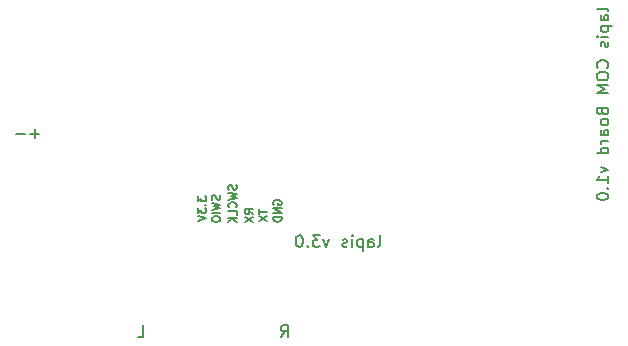
<source format=gbo>
G04 #@! TF.GenerationSoftware,KiCad,Pcbnew,(5.1.7)-1*
G04 #@! TF.CreationDate,2021-12-01T00:11:57+09:00*
G04 #@! TF.ProjectId,lapis,6c617069-732e-46b6-9963-61645f706362,rev?*
G04 #@! TF.SameCoordinates,Original*
G04 #@! TF.FileFunction,Legend,Bot*
G04 #@! TF.FilePolarity,Positive*
%FSLAX46Y46*%
G04 Gerber Fmt 4.6, Leading zero omitted, Abs format (unit mm)*
G04 Created by KiCad (PCBNEW (5.1.7)-1) date 2021-12-01 00:11:57*
%MOMM*%
%LPD*%
G01*
G04 APERTURE LIST*
%ADD10C,0.150000*%
%ADD11O,1.700000X1.700000*%
%ADD12R,1.700000X1.700000*%
%ADD13O,1.000000X1.000000*%
%ADD14R,1.000000X1.000000*%
%ADD15C,1.000000*%
%ADD16C,1.500000*%
%ADD17O,0.900000X1.400000*%
G04 APERTURE END LIST*
D10*
X177992380Y-102675238D02*
X177944761Y-102580000D01*
X177849523Y-102532380D01*
X176992380Y-102532380D01*
X177992380Y-103484761D02*
X177468571Y-103484761D01*
X177373333Y-103437142D01*
X177325714Y-103341904D01*
X177325714Y-103151428D01*
X177373333Y-103056190D01*
X177944761Y-103484761D02*
X177992380Y-103389523D01*
X177992380Y-103151428D01*
X177944761Y-103056190D01*
X177849523Y-103008571D01*
X177754285Y-103008571D01*
X177659047Y-103056190D01*
X177611428Y-103151428D01*
X177611428Y-103389523D01*
X177563809Y-103484761D01*
X177325714Y-103960952D02*
X178325714Y-103960952D01*
X177373333Y-103960952D02*
X177325714Y-104056190D01*
X177325714Y-104246666D01*
X177373333Y-104341904D01*
X177420952Y-104389523D01*
X177516190Y-104437142D01*
X177801904Y-104437142D01*
X177897142Y-104389523D01*
X177944761Y-104341904D01*
X177992380Y-104246666D01*
X177992380Y-104056190D01*
X177944761Y-103960952D01*
X177992380Y-104865714D02*
X177325714Y-104865714D01*
X176992380Y-104865714D02*
X177040000Y-104818095D01*
X177087619Y-104865714D01*
X177040000Y-104913333D01*
X176992380Y-104865714D01*
X177087619Y-104865714D01*
X177944761Y-105294285D02*
X177992380Y-105389523D01*
X177992380Y-105580000D01*
X177944761Y-105675238D01*
X177849523Y-105722857D01*
X177801904Y-105722857D01*
X177706666Y-105675238D01*
X177659047Y-105580000D01*
X177659047Y-105437142D01*
X177611428Y-105341904D01*
X177516190Y-105294285D01*
X177468571Y-105294285D01*
X177373333Y-105341904D01*
X177325714Y-105437142D01*
X177325714Y-105580000D01*
X177373333Y-105675238D01*
X177897142Y-107484761D02*
X177944761Y-107437142D01*
X177992380Y-107294285D01*
X177992380Y-107199047D01*
X177944761Y-107056190D01*
X177849523Y-106960952D01*
X177754285Y-106913333D01*
X177563809Y-106865714D01*
X177420952Y-106865714D01*
X177230476Y-106913333D01*
X177135238Y-106960952D01*
X177040000Y-107056190D01*
X176992380Y-107199047D01*
X176992380Y-107294285D01*
X177040000Y-107437142D01*
X177087619Y-107484761D01*
X176992380Y-108103809D02*
X176992380Y-108294285D01*
X177040000Y-108389523D01*
X177135238Y-108484761D01*
X177325714Y-108532380D01*
X177659047Y-108532380D01*
X177849523Y-108484761D01*
X177944761Y-108389523D01*
X177992380Y-108294285D01*
X177992380Y-108103809D01*
X177944761Y-108008571D01*
X177849523Y-107913333D01*
X177659047Y-107865714D01*
X177325714Y-107865714D01*
X177135238Y-107913333D01*
X177040000Y-108008571D01*
X176992380Y-108103809D01*
X177992380Y-108960952D02*
X176992380Y-108960952D01*
X177706666Y-109294285D01*
X176992380Y-109627619D01*
X177992380Y-109627619D01*
X177468571Y-111199047D02*
X177516190Y-111341904D01*
X177563809Y-111389523D01*
X177659047Y-111437142D01*
X177801904Y-111437142D01*
X177897142Y-111389523D01*
X177944761Y-111341904D01*
X177992380Y-111246666D01*
X177992380Y-110865714D01*
X176992380Y-110865714D01*
X176992380Y-111199047D01*
X177040000Y-111294285D01*
X177087619Y-111341904D01*
X177182857Y-111389523D01*
X177278095Y-111389523D01*
X177373333Y-111341904D01*
X177420952Y-111294285D01*
X177468571Y-111199047D01*
X177468571Y-110865714D01*
X177992380Y-112008571D02*
X177944761Y-111913333D01*
X177897142Y-111865714D01*
X177801904Y-111818095D01*
X177516190Y-111818095D01*
X177420952Y-111865714D01*
X177373333Y-111913333D01*
X177325714Y-112008571D01*
X177325714Y-112151428D01*
X177373333Y-112246666D01*
X177420952Y-112294285D01*
X177516190Y-112341904D01*
X177801904Y-112341904D01*
X177897142Y-112294285D01*
X177944761Y-112246666D01*
X177992380Y-112151428D01*
X177992380Y-112008571D01*
X177992380Y-113199047D02*
X177468571Y-113199047D01*
X177373333Y-113151428D01*
X177325714Y-113056190D01*
X177325714Y-112865714D01*
X177373333Y-112770476D01*
X177944761Y-113199047D02*
X177992380Y-113103809D01*
X177992380Y-112865714D01*
X177944761Y-112770476D01*
X177849523Y-112722857D01*
X177754285Y-112722857D01*
X177659047Y-112770476D01*
X177611428Y-112865714D01*
X177611428Y-113103809D01*
X177563809Y-113199047D01*
X177992380Y-113675238D02*
X177325714Y-113675238D01*
X177516190Y-113675238D02*
X177420952Y-113722857D01*
X177373333Y-113770476D01*
X177325714Y-113865714D01*
X177325714Y-113960952D01*
X177992380Y-114722857D02*
X176992380Y-114722857D01*
X177944761Y-114722857D02*
X177992380Y-114627619D01*
X177992380Y-114437142D01*
X177944761Y-114341904D01*
X177897142Y-114294285D01*
X177801904Y-114246666D01*
X177516190Y-114246666D01*
X177420952Y-114294285D01*
X177373333Y-114341904D01*
X177325714Y-114437142D01*
X177325714Y-114627619D01*
X177373333Y-114722857D01*
X177325714Y-115865714D02*
X177992380Y-116103809D01*
X177325714Y-116341904D01*
X177992380Y-117246666D02*
X177992380Y-116675238D01*
X177992380Y-116960952D02*
X176992380Y-116960952D01*
X177135238Y-116865714D01*
X177230476Y-116770476D01*
X177278095Y-116675238D01*
X177897142Y-117675238D02*
X177944761Y-117722857D01*
X177992380Y-117675238D01*
X177944761Y-117627619D01*
X177897142Y-117675238D01*
X177992380Y-117675238D01*
X176992380Y-118341904D02*
X176992380Y-118437142D01*
X177040000Y-118532380D01*
X177087619Y-118580000D01*
X177182857Y-118627619D01*
X177373333Y-118675238D01*
X177611428Y-118675238D01*
X177801904Y-118627619D01*
X177897142Y-118580000D01*
X177944761Y-118532380D01*
X177992380Y-118437142D01*
X177992380Y-118341904D01*
X177944761Y-118246666D01*
X177897142Y-118199047D01*
X177801904Y-118151428D01*
X177611428Y-118103809D01*
X177373333Y-118103809D01*
X177182857Y-118151428D01*
X177087619Y-118199047D01*
X177040000Y-118246666D01*
X176992380Y-118341904D01*
X146483333Y-117416666D02*
X146516666Y-117516666D01*
X146516666Y-117683333D01*
X146483333Y-117750000D01*
X146450000Y-117783333D01*
X146383333Y-117816666D01*
X146316666Y-117816666D01*
X146250000Y-117783333D01*
X146216666Y-117750000D01*
X146183333Y-117683333D01*
X146150000Y-117550000D01*
X146116666Y-117483333D01*
X146083333Y-117450000D01*
X146016666Y-117416666D01*
X145950000Y-117416666D01*
X145883333Y-117450000D01*
X145850000Y-117483333D01*
X145816666Y-117550000D01*
X145816666Y-117716666D01*
X145850000Y-117816666D01*
X145816666Y-118050000D02*
X146516666Y-118216666D01*
X146016666Y-118350000D01*
X146516666Y-118483333D01*
X145816666Y-118650000D01*
X146450000Y-119316666D02*
X146483333Y-119283333D01*
X146516666Y-119183333D01*
X146516666Y-119116666D01*
X146483333Y-119016666D01*
X146416666Y-118950000D01*
X146350000Y-118916666D01*
X146216666Y-118883333D01*
X146116666Y-118883333D01*
X145983333Y-118916666D01*
X145916666Y-118950000D01*
X145850000Y-119016666D01*
X145816666Y-119116666D01*
X145816666Y-119183333D01*
X145850000Y-119283333D01*
X145883333Y-119316666D01*
X146516666Y-119950000D02*
X146516666Y-119616666D01*
X145816666Y-119616666D01*
X146516666Y-120183333D02*
X145816666Y-120183333D01*
X146516666Y-120583333D02*
X146116666Y-120283333D01*
X145816666Y-120583333D02*
X146216666Y-120183333D01*
X145083333Y-118266666D02*
X145116666Y-118366666D01*
X145116666Y-118533333D01*
X145083333Y-118600000D01*
X145050000Y-118633333D01*
X144983333Y-118666666D01*
X144916666Y-118666666D01*
X144850000Y-118633333D01*
X144816666Y-118600000D01*
X144783333Y-118533333D01*
X144750000Y-118400000D01*
X144716666Y-118333333D01*
X144683333Y-118300000D01*
X144616666Y-118266666D01*
X144550000Y-118266666D01*
X144483333Y-118300000D01*
X144450000Y-118333333D01*
X144416666Y-118400000D01*
X144416666Y-118566666D01*
X144450000Y-118666666D01*
X144416666Y-118900000D02*
X145116666Y-119066666D01*
X144616666Y-119200000D01*
X145116666Y-119333333D01*
X144416666Y-119500000D01*
X145116666Y-119766666D02*
X144416666Y-119766666D01*
X144416666Y-120233333D02*
X144416666Y-120366666D01*
X144450000Y-120433333D01*
X144516666Y-120500000D01*
X144650000Y-120533333D01*
X144883333Y-120533333D01*
X145016666Y-120500000D01*
X145083333Y-120433333D01*
X145116666Y-120366666D01*
X145116666Y-120233333D01*
X145083333Y-120166666D01*
X145016666Y-120100000D01*
X144883333Y-120066666D01*
X144650000Y-120066666D01*
X144516666Y-120100000D01*
X144450000Y-120166666D01*
X144416666Y-120233333D01*
X128580952Y-113071428D02*
X127819047Y-113071428D01*
X129780952Y-113071428D02*
X129019047Y-113071428D01*
X129400000Y-113452380D02*
X129400000Y-112690476D01*
X148416666Y-119466666D02*
X148416666Y-119866666D01*
X149116666Y-119666666D02*
X148416666Y-119666666D01*
X148416666Y-120033333D02*
X149116666Y-120500000D01*
X148416666Y-120500000D02*
X149116666Y-120033333D01*
X147916666Y-119883333D02*
X147583333Y-119650000D01*
X147916666Y-119483333D02*
X147216666Y-119483333D01*
X147216666Y-119750000D01*
X147250000Y-119816666D01*
X147283333Y-119850000D01*
X147350000Y-119883333D01*
X147450000Y-119883333D01*
X147516666Y-119850000D01*
X147550000Y-119816666D01*
X147583333Y-119750000D01*
X147583333Y-119483333D01*
X147216666Y-120116666D02*
X147916666Y-120583333D01*
X147216666Y-120583333D02*
X147916666Y-120116666D01*
X149650000Y-119066666D02*
X149616666Y-119000000D01*
X149616666Y-118900000D01*
X149650000Y-118800000D01*
X149716666Y-118733333D01*
X149783333Y-118700000D01*
X149916666Y-118666666D01*
X150016666Y-118666666D01*
X150150000Y-118700000D01*
X150216666Y-118733333D01*
X150283333Y-118800000D01*
X150316666Y-118900000D01*
X150316666Y-118966666D01*
X150283333Y-119066666D01*
X150250000Y-119100000D01*
X150016666Y-119100000D01*
X150016666Y-118966666D01*
X150316666Y-119400000D02*
X149616666Y-119400000D01*
X150316666Y-119800000D01*
X149616666Y-119800000D01*
X150316666Y-120133333D02*
X149616666Y-120133333D01*
X149616666Y-120300000D01*
X149650000Y-120400000D01*
X149716666Y-120466666D01*
X149783333Y-120500000D01*
X149916666Y-120533333D01*
X150016666Y-120533333D01*
X150150000Y-120500000D01*
X150216666Y-120466666D01*
X150283333Y-120400000D01*
X150316666Y-120300000D01*
X150316666Y-120133333D01*
X143216666Y-118366666D02*
X143216666Y-118800000D01*
X143483333Y-118566666D01*
X143483333Y-118666666D01*
X143516666Y-118733333D01*
X143550000Y-118766666D01*
X143616666Y-118800000D01*
X143783333Y-118800000D01*
X143850000Y-118766666D01*
X143883333Y-118733333D01*
X143916666Y-118666666D01*
X143916666Y-118466666D01*
X143883333Y-118400000D01*
X143850000Y-118366666D01*
X143850000Y-119100000D02*
X143883333Y-119133333D01*
X143916666Y-119100000D01*
X143883333Y-119066666D01*
X143850000Y-119100000D01*
X143916666Y-119100000D01*
X143216666Y-119366666D02*
X143216666Y-119800000D01*
X143483333Y-119566666D01*
X143483333Y-119666666D01*
X143516666Y-119733333D01*
X143550000Y-119766666D01*
X143616666Y-119800000D01*
X143783333Y-119800000D01*
X143850000Y-119766666D01*
X143883333Y-119733333D01*
X143916666Y-119666666D01*
X143916666Y-119466666D01*
X143883333Y-119400000D01*
X143850000Y-119366666D01*
X143216666Y-120000000D02*
X143916666Y-120233333D01*
X143216666Y-120466666D01*
X158480952Y-122652380D02*
X158576190Y-122604761D01*
X158623809Y-122509523D01*
X158623809Y-121652380D01*
X157671428Y-122652380D02*
X157671428Y-122128571D01*
X157719047Y-122033333D01*
X157814285Y-121985714D01*
X158004761Y-121985714D01*
X158100000Y-122033333D01*
X157671428Y-122604761D02*
X157766666Y-122652380D01*
X158004761Y-122652380D01*
X158100000Y-122604761D01*
X158147619Y-122509523D01*
X158147619Y-122414285D01*
X158100000Y-122319047D01*
X158004761Y-122271428D01*
X157766666Y-122271428D01*
X157671428Y-122223809D01*
X157195238Y-121985714D02*
X157195238Y-122985714D01*
X157195238Y-122033333D02*
X157100000Y-121985714D01*
X156909523Y-121985714D01*
X156814285Y-122033333D01*
X156766666Y-122080952D01*
X156719047Y-122176190D01*
X156719047Y-122461904D01*
X156766666Y-122557142D01*
X156814285Y-122604761D01*
X156909523Y-122652380D01*
X157100000Y-122652380D01*
X157195238Y-122604761D01*
X156290476Y-122652380D02*
X156290476Y-121985714D01*
X156290476Y-121652380D02*
X156338095Y-121700000D01*
X156290476Y-121747619D01*
X156242857Y-121700000D01*
X156290476Y-121652380D01*
X156290476Y-121747619D01*
X155861904Y-122604761D02*
X155766666Y-122652380D01*
X155576190Y-122652380D01*
X155480952Y-122604761D01*
X155433333Y-122509523D01*
X155433333Y-122461904D01*
X155480952Y-122366666D01*
X155576190Y-122319047D01*
X155719047Y-122319047D01*
X155814285Y-122271428D01*
X155861904Y-122176190D01*
X155861904Y-122128571D01*
X155814285Y-122033333D01*
X155719047Y-121985714D01*
X155576190Y-121985714D01*
X155480952Y-122033333D01*
X154338095Y-121985714D02*
X154100000Y-122652380D01*
X153861904Y-121985714D01*
X153576190Y-121652380D02*
X152957142Y-121652380D01*
X153290476Y-122033333D01*
X153147619Y-122033333D01*
X153052380Y-122080952D01*
X153004761Y-122128571D01*
X152957142Y-122223809D01*
X152957142Y-122461904D01*
X153004761Y-122557142D01*
X153052380Y-122604761D01*
X153147619Y-122652380D01*
X153433333Y-122652380D01*
X153528571Y-122604761D01*
X153576190Y-122557142D01*
X152528571Y-122557142D02*
X152480952Y-122604761D01*
X152528571Y-122652380D01*
X152576190Y-122604761D01*
X152528571Y-122557142D01*
X152528571Y-122652380D01*
X151861904Y-121652380D02*
X151766666Y-121652380D01*
X151671428Y-121700000D01*
X151623809Y-121747619D01*
X151576190Y-121842857D01*
X151528571Y-122033333D01*
X151528571Y-122271428D01*
X151576190Y-122461904D01*
X151623809Y-122557142D01*
X151671428Y-122604761D01*
X151766666Y-122652380D01*
X151861904Y-122652380D01*
X151957142Y-122604761D01*
X152004761Y-122557142D01*
X152052380Y-122461904D01*
X152100000Y-122271428D01*
X152100000Y-122033333D01*
X152052380Y-121842857D01*
X152004761Y-121747619D01*
X151957142Y-121700000D01*
X151861904Y-121652380D01*
X150250476Y-130272380D02*
X150583809Y-129796190D01*
X150821904Y-130272380D02*
X150821904Y-129272380D01*
X150440952Y-129272380D01*
X150345714Y-129320000D01*
X150298095Y-129367619D01*
X150250476Y-129462857D01*
X150250476Y-129605714D01*
X150298095Y-129700952D01*
X150345714Y-129748571D01*
X150440952Y-129796190D01*
X150821904Y-129796190D01*
X138145476Y-130242380D02*
X138621666Y-130242380D01*
X138621666Y-129242380D01*
%LPC*%
D11*
X183500000Y-124620000D03*
X183500000Y-122080000D03*
X183500000Y-119540000D03*
D12*
X183500000Y-117000000D03*
D11*
X183750000Y-111620000D03*
X183750000Y-109080000D03*
X183750000Y-106540000D03*
D12*
X183750000Y-104000000D03*
D13*
X173550000Y-117525000D03*
X173550000Y-116255000D03*
X173550000Y-114985000D03*
X173550000Y-113715000D03*
X173550000Y-112445000D03*
D14*
X173550000Y-111175000D03*
X143580000Y-121990000D03*
D13*
X144850000Y-121990000D03*
X146120000Y-121990000D03*
X147390000Y-121990000D03*
X148660000Y-121990000D03*
X149930000Y-121990000D03*
D15*
X148500000Y-106400000D03*
X150500000Y-106400000D03*
X141800000Y-106400000D03*
X139600000Y-106400000D03*
G36*
G01*
X151200000Y-136415000D02*
X151200000Y-136965000D01*
G75*
G02*
X150975000Y-137190000I-225000J0D01*
G01*
X150525000Y-137190000D01*
G75*
G02*
X150300000Y-136965000I0J225000D01*
G01*
X150300000Y-136415000D01*
G75*
G02*
X150525000Y-136190000I225000J0D01*
G01*
X150975000Y-136190000D01*
G75*
G02*
X151200000Y-136415000I0J-225000D01*
G01*
G37*
G36*
G01*
X153200000Y-136415000D02*
X153200000Y-136965000D01*
G75*
G02*
X152975000Y-137190000I-225000J0D01*
G01*
X152525000Y-137190000D01*
G75*
G02*
X152300000Y-136965000I0J225000D01*
G01*
X152300000Y-136415000D01*
G75*
G02*
X152525000Y-136190000I225000J0D01*
G01*
X152975000Y-136190000D01*
G75*
G02*
X153200000Y-136415000I0J-225000D01*
G01*
G37*
G36*
G01*
X155200000Y-136415000D02*
X155200000Y-136965000D01*
G75*
G02*
X154975000Y-137190000I-225000J0D01*
G01*
X154525000Y-137190000D01*
G75*
G02*
X154300000Y-136965000I0J225000D01*
G01*
X154300000Y-136415000D01*
G75*
G02*
X154525000Y-136190000I225000J0D01*
G01*
X154975000Y-136190000D01*
G75*
G02*
X155200000Y-136415000I0J-225000D01*
G01*
G37*
G36*
G01*
X139145000Y-136415000D02*
X139145000Y-136965000D01*
G75*
G02*
X138920000Y-137190000I-225000J0D01*
G01*
X138470000Y-137190000D01*
G75*
G02*
X138245000Y-136965000I0J225000D01*
G01*
X138245000Y-136415000D01*
G75*
G02*
X138470000Y-136190000I225000J0D01*
G01*
X138920000Y-136190000D01*
G75*
G02*
X139145000Y-136415000I0J-225000D01*
G01*
G37*
G36*
G01*
X141145000Y-136415000D02*
X141145000Y-136965000D01*
G75*
G02*
X140920000Y-137190000I-225000J0D01*
G01*
X140470000Y-137190000D01*
G75*
G02*
X140245000Y-136965000I0J225000D01*
G01*
X140245000Y-136415000D01*
G75*
G02*
X140470000Y-136190000I225000J0D01*
G01*
X140920000Y-136190000D01*
G75*
G02*
X141145000Y-136415000I0J-225000D01*
G01*
G37*
G36*
G01*
X143145000Y-136415000D02*
X143145000Y-136965000D01*
G75*
G02*
X142920000Y-137190000I-225000J0D01*
G01*
X142470000Y-137190000D01*
G75*
G02*
X142245000Y-136965000I0J225000D01*
G01*
X142245000Y-136415000D01*
G75*
G02*
X142470000Y-136190000I225000J0D01*
G01*
X142920000Y-136190000D01*
G75*
G02*
X143145000Y-136415000I0J-225000D01*
G01*
G37*
G36*
G01*
X140760000Y-132710000D02*
X140760000Y-132510000D01*
G75*
G02*
X140860000Y-132410000I100000J0D01*
G01*
X141295000Y-132410000D01*
G75*
G02*
X141395000Y-132510000I0J-100000D01*
G01*
X141395000Y-132710000D01*
G75*
G02*
X141295000Y-132810000I-100000J0D01*
G01*
X140860000Y-132810000D01*
G75*
G02*
X140760000Y-132710000I0J100000D01*
G01*
G37*
G36*
G01*
X139945000Y-132710000D02*
X139945000Y-132510000D01*
G75*
G02*
X140045000Y-132410000I100000J0D01*
G01*
X140480000Y-132410000D01*
G75*
G02*
X140580000Y-132510000I0J-100000D01*
G01*
X140580000Y-132710000D01*
G75*
G02*
X140480000Y-132810000I-100000J0D01*
G01*
X140045000Y-132810000D01*
G75*
G02*
X139945000Y-132710000I0J100000D01*
G01*
G37*
G36*
G01*
X152800000Y-132730000D02*
X152800000Y-132530000D01*
G75*
G02*
X152900000Y-132430000I100000J0D01*
G01*
X153335000Y-132430000D01*
G75*
G02*
X153435000Y-132530000I0J-100000D01*
G01*
X153435000Y-132730000D01*
G75*
G02*
X153335000Y-132830000I-100000J0D01*
G01*
X152900000Y-132830000D01*
G75*
G02*
X152800000Y-132730000I0J100000D01*
G01*
G37*
G36*
G01*
X151985000Y-132730000D02*
X151985000Y-132530000D01*
G75*
G02*
X152085000Y-132430000I100000J0D01*
G01*
X152520000Y-132430000D01*
G75*
G02*
X152620000Y-132530000I0J-100000D01*
G01*
X152620000Y-132730000D01*
G75*
G02*
X152520000Y-132830000I-100000J0D01*
G01*
X152085000Y-132830000D01*
G75*
G02*
X151985000Y-132730000I0J100000D01*
G01*
G37*
D16*
X160261547Y-94911355D03*
G36*
G01*
X163562631Y-94651403D02*
X163536456Y-95400946D01*
G75*
G02*
X163148597Y-95762631I-374772J13087D01*
G01*
X162399054Y-95736456D01*
G75*
G02*
X162037369Y-95348597I13087J374772D01*
G01*
X162063544Y-94599054D01*
G75*
G02*
X162451403Y-94237369I374772J-13087D01*
G01*
X163200946Y-94263544D01*
G75*
G02*
X163562631Y-94651403I-13087J-374772D01*
G01*
G37*
G36*
G01*
X149999760Y-89162020D02*
X149350240Y-89537020D01*
G75*
G02*
X148837980Y-89399760I-187500J324760D01*
G01*
X148462980Y-88750240D01*
G75*
G02*
X148600240Y-88237980I324760J187500D01*
G01*
X149249760Y-87862980D01*
G75*
G02*
X149762020Y-88000240I187500J-324760D01*
G01*
X150137020Y-88649760D01*
G75*
G02*
X149999760Y-89162020I-324760J-187500D01*
G01*
G37*
X148030000Y-86500295D03*
X141230000Y-88699705D03*
G36*
G01*
X142550240Y-85662980D02*
X143199760Y-86037980D01*
G75*
G02*
X143337020Y-86550240I-187500J-324760D01*
G01*
X142962020Y-87199760D01*
G75*
G02*
X142449760Y-87337020I-324760J187500D01*
G01*
X141800240Y-86962020D01*
G75*
G02*
X141662980Y-86449760I187500J324760D01*
G01*
X142037980Y-85800240D01*
G75*
G02*
X142550240Y-85662980I324760J-187500D01*
G01*
G37*
X127761547Y-94988645D03*
G36*
G01*
X131036456Y-94499054D02*
X131062631Y-95248597D01*
G75*
G02*
X130700946Y-95636456I-374772J-13087D01*
G01*
X129951403Y-95662631D01*
G75*
G02*
X129563544Y-95300946I-13087J374772D01*
G01*
X129537369Y-94551403D01*
G75*
G02*
X129899054Y-94163544I374772J13087D01*
G01*
X130648597Y-94137369D01*
G75*
G02*
X131036456Y-94499054I13087J-374772D01*
G01*
G37*
G36*
G01*
X130936456Y-92599054D02*
X130962631Y-93348597D01*
G75*
G02*
X130600946Y-93736456I-374772J-13087D01*
G01*
X129851403Y-93762631D01*
G75*
G02*
X129463544Y-93400946I-13087J374772D01*
G01*
X129437369Y-92651403D01*
G75*
G02*
X129799054Y-92263544I374772J13087D01*
G01*
X130548597Y-92237369D01*
G75*
G02*
X130936456Y-92599054I13087J-374772D01*
G01*
G37*
X127661547Y-93088645D03*
G36*
G01*
X151599760Y-88162020D02*
X150950240Y-88537020D01*
G75*
G02*
X150437980Y-88399760I-187500J324760D01*
G01*
X150062980Y-87750240D01*
G75*
G02*
X150200240Y-87237980I324760J187500D01*
G01*
X150849760Y-86862980D01*
G75*
G02*
X151362020Y-87000240I187500J-324760D01*
G01*
X151737020Y-87649760D01*
G75*
G02*
X151599760Y-88162020I-324760J-187500D01*
G01*
G37*
X149630000Y-85500295D03*
X139630000Y-87699705D03*
G36*
G01*
X140950240Y-84662980D02*
X141599760Y-85037980D01*
G75*
G02*
X141737020Y-85550240I-187500J-324760D01*
G01*
X141362020Y-86199760D01*
G75*
G02*
X140849760Y-86337020I-324760J187500D01*
G01*
X140200240Y-85962020D01*
G75*
G02*
X140062980Y-85449760I187500J324760D01*
G01*
X140437980Y-84800240D01*
G75*
G02*
X140950240Y-84662980I324760J-187500D01*
G01*
G37*
X160361547Y-93011355D03*
G36*
G01*
X163662631Y-92751403D02*
X163636456Y-93500946D01*
G75*
G02*
X163248597Y-93862631I-374772J13087D01*
G01*
X162499054Y-93836456D01*
G75*
G02*
X162137369Y-93448597I13087J374772D01*
G01*
X162163544Y-92699054D01*
G75*
G02*
X162551403Y-92337369I374772J-13087D01*
G01*
X163300946Y-92363544D01*
G75*
G02*
X163662631Y-92751403I-13087J-374772D01*
G01*
G37*
D17*
X128175000Y-114675000D03*
G36*
G01*
X129875000Y-114200000D02*
X129875000Y-115150000D01*
G75*
G02*
X129650000Y-115375000I-225000J0D01*
G01*
X129200000Y-115375000D01*
G75*
G02*
X128975000Y-115150000I0J225000D01*
G01*
X128975000Y-114200000D01*
G75*
G02*
X129200000Y-113975000I225000J0D01*
G01*
X129650000Y-113975000D01*
G75*
G02*
X129875000Y-114200000I0J-225000D01*
G01*
G37*
M02*

</source>
